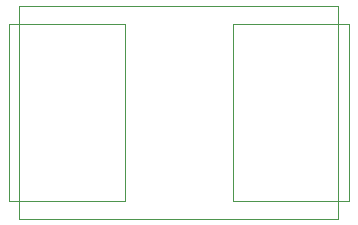
<source format=gbr>
G04 #@! TF.GenerationSoftware,KiCad,Pcbnew,8.0.3*
G04 #@! TF.CreationDate,2024-08-02T19:57:07+02:00*
G04 #@! TF.ProjectId,powermod,706f7765-726d-46f6-942e-6b696361645f,rev?*
G04 #@! TF.SameCoordinates,PXf42400PY2719c40*
G04 #@! TF.FileFunction,Other,User*
%FSLAX46Y46*%
G04 Gerber Fmt 4.6, Leading zero omitted, Abs format (unit mm)*
G04 Created by KiCad (PCBNEW 8.0.3) date 2024-08-02 19:57:07*
%MOMM*%
%LPD*%
G01*
G04 APERTURE LIST*
%ADD10C,0.050000*%
G04 #@! TA.AperFunction,Profile*
%ADD11C,0.120000*%
G04 #@! TD*
G04 APERTURE END LIST*
D10*
X18100000Y500000D02*
X27900000Y500000D01*
X18100000Y-14500000D02*
X18100000Y500000D01*
X27900000Y500000D02*
X27900000Y-14500000D01*
X27900000Y-14500000D02*
X18100000Y-14500000D01*
X-900000Y500000D02*
X8900000Y500000D01*
X-900000Y-14500000D02*
X-900000Y500000D01*
X8900000Y500000D02*
X8900000Y-14500000D01*
X8900000Y-14500000D02*
X-900000Y-14500000D01*
D11*
X0Y-16000000D02*
X27000000Y-16000000D01*
X27000000Y2000000D02*
X0Y2000000D01*
X27000000Y-16000000D02*
X27000000Y2000000D01*
X0Y2000000D02*
X0Y-16000000D01*
M02*

</source>
